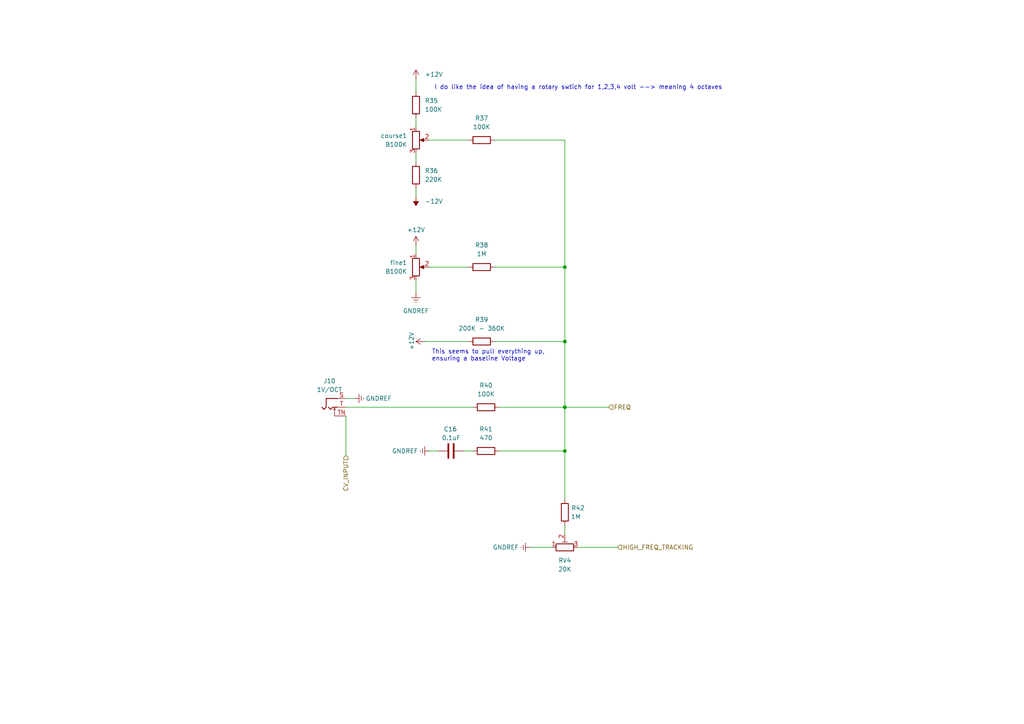
<source format=kicad_sch>
(kicad_sch (version 20231120) (generator "eeschema") (generator_version "8.0")
  (paper "A4")
  (lib_symbols
    (symbol "Device:C" (pin_numbers hide) (pin_names (offset 0.254))
      (property "Reference" "C" (at 0.635 2.54 0))
      (property "Value" "C" (at 0.635 -2.54 0))
      (symbol "C_0_1"
        (polyline (pts (xy -2.032 -0.762) (xy 2.032 -0.762)) (stroke (width 0.508)))
        (polyline (pts (xy -2.032 0.762) (xy 2.032 0.762)) (stroke (width 0.508)))
      )
      (symbol "C_1_1"
        (pin passive line (at 0 3.81 270) (length 2.794) (name "~") (number "1"))
        (pin passive line (at 0 -3.81 90) (length 2.794) (name "~") (number "2"))
      )
    )
    (symbol "power:+12V" (power) (pin_numbers hide) (pin_names (offset 0) hide)
      (property "Value" "+12V" (at 0 3.556 0))
      (symbol "+12V_0_1"
        (polyline (pts (xy -0.762 1.27) (xy 0 2.54)))
        (polyline (pts (xy 0 0) (xy 0 2.54)))
        (polyline (pts (xy 0 2.54) (xy 0.762 1.27)))
      )
      (symbol "+12V_1_1"
        (pin power_in line (at 0 0 90) (length 0) (name "~") (number "1"))
      )
    )
    (symbol "power:-12V" (power) (pin_numbers hide) (pin_names (offset 0) hide)
      (property "Value" "-12V" (at 0 3.556 0))
      (symbol "-12V_0_0"
        (pin power_in line (at 0 0 90) (length 0) (name "~") (number "1"))
      )
      (symbol "-12V_0_1"
        (polyline (pts (xy 0 0) (xy 0 1.27) (xy 0.762 1.27) (xy 0 2.54) (xy -0.762 1.27) (xy 0 1.27)) (fill (type outline)))
      )
    )
    (symbol "power:GNDREF" (power) (pin_numbers hide) (pin_names (offset 0) hide)
      (property "Value" "GNDREF" (at 0 -3.81 0))
      (symbol "GNDREF_0_1"
        (polyline (pts (xy -0.635 -1.905) (xy 0.635 -1.905)))
        (polyline (pts (xy -0.127 -2.54) (xy 0.127 -2.54)))
        (polyline (pts (xy 0 -1.27) (xy 0 0)))
        (polyline (pts (xy 1.27 -1.27) (xy -1.27 -1.27)))
      )
      (symbol "GNDREF_1_1"
        (pin power_in line (at 0 0 270) (length 0) (name "~") (number "1"))
      )
    )
    (symbol "synth:AudioJack_Mono_3.5mm"
      (property "Reference" "J" (at 0 8.89 0))
      (property "Value" "AudioJack_Mono_3.5mm" (at 0 6.35 0))
      (symbol "AudioJack_Mono_3.5mm_0_1"
        (polyline (pts (xy 1.778 -0.254) (xy 2.032 -0.762)))
        (polyline (pts (xy 0 0) (xy 0.635 -0.635) (xy 1.27 0) (xy 2.54 0)) (stroke (width 0.254)))
        (polyline (pts (xy 2.54 -2.54) (xy 1.778 -2.54) (xy 1.778 -0.254) (xy 1.524 -0.762)))
        (polyline (pts (xy 2.54 2.54) (xy -0.635 2.54) (xy -0.635 0) (xy -1.27 -0.635) (xy -1.905 0)) (stroke (width 0.254)))
      )
      (symbol "AudioJack_Mono_3.5mm_1_1"
        (pin passive line (at 5.08 2.54 180) (length 2.54) (name "~") (number "S"))
        (pin passive line (at 5.08 0 180) (length 2.54) (name "~") (number "T"))
        (pin passive line (at 5.08 -2.54 180) (length 2.54) (name "~") (number "TN"))
      )
    )
    (symbol "synth:R_Default" (pin_numbers hide) (pin_names (offset 0))
      (property "Reference" "R" (at -2.032 0 90))
      (property "Value" "R1" (at 2.032 0 90))
      (symbol "R_Default_0_1"
        (rectangle (start 1.016 -2.54) (end -1.016 2.54) (stroke (width 0.254)))
      )
      (symbol "R_Default_1_1"
        (pin passive line (at 0 -3.81 90) (length 1.27) (name "~") (number "1"))
        (pin passive line (at 0 3.81 270) (length 1.27) (name "~") (number "2"))
      )
    )
    (symbol "synth:R_Potentiometer (P0915N)" (pin_names (offset 1.016) hide)
      (property "Reference" "RV" (at -4.445 0 90))
      (property "Value" "R_Potentiometer" (at -2.54 0 90))
      (symbol "R_Potentiometer (P0915N)_0_1"
        (rectangle (start -1.016 2.54) (end 1.016 -2.54) (stroke (width 0.254)))
        (polyline (pts (xy 2.54 0) (xy 1.524 0)))
        (polyline (pts (xy 1.143 0) (xy 2.286 0.508) (xy 2.286 -0.508) (xy 1.143 0)) (fill (type outline)))
      )
      (symbol "R_Potentiometer (P0915N)_1_1"
        (pin passive line (at 0 3.81 270) (length 1.27) (name "1") (number "1"))
        (pin passive line (at 3.81 0 180) (length 1.27) (name "2") (number "2"))
        (pin passive line (at 0 -3.81 90) (length 1.27) (name "3") (number "3"))
      )
    )
    (symbol "synth:R_Potentiometer_Trim (Bourns)" (pin_names (offset 1.016) hide)
      (property "Reference" "RV" (at -4.445 0 90))
      (property "Value" "R_Potentiometer_Trim (Bourns)" (at -2.54 0 90))
      (symbol "R_Potentiometer_Trim (Bourns)_0_1"
        (polyline (pts (xy 1.524 0.762) (xy 1.524 -0.762)))
        (polyline (pts (xy 2.54 0) (xy 1.524 0)))
        (rectangle (start 1.016 2.54) (end -1.016 -2.54) (stroke (width 0.254)))
      )
      (symbol "R_Potentiometer_Trim (Bourns)_1_1"
        (pin passive line (at 0 3.81 270) (length 1.27) (name "1") (number "1"))
        (pin passive line (at 3.81 0 180) (length 1.27) (name "2") (number "2"))
        (pin passive line (at 0 -3.81 90) (length 1.27) (name "3") (number "3"))
      )
    )
  )
  (junction (at 163.83 77.47))
  (junction (at 163.83 118.11))
  (junction (at 163.83 99.06))
  (junction (at 163.83 130.81))
  (wire (pts (xy 144.78 118.11) (xy 163.83 118.11)))
  (wire (pts (xy 144.78 130.81) (xy 163.83 130.81)))
  (wire (pts (xy 153.67 158.75) (xy 160.02 158.75)))
  (wire (pts (xy 120.65 34.29) (xy 120.65 36.83)))
  (wire (pts (xy 163.83 118.11) (xy 176.53 118.11)))
  (wire (pts (xy 120.65 57.15) (xy 120.65 54.61)))
  (wire (pts (xy 134.62 130.81) (xy 137.16 130.81)))
  (wire (pts (xy 100.33 115.57) (xy 102.87 115.57)))
  (wire (pts (xy 120.65 22.86) (xy 120.65 26.67)))
  (wire (pts (xy 163.83 77.47) (xy 163.83 40.64)))
  (wire (pts (xy 143.51 99.06) (xy 163.83 99.06)))
  (wire (pts (xy 143.51 40.64) (xy 163.83 40.64)))
  (wire (pts (xy 163.83 130.81) (xy 163.83 144.78)))
  (wire (pts (xy 120.65 71.12) (xy 120.65 73.66)))
  (wire (pts (xy 120.65 44.45) (xy 120.65 46.99)))
  (wire (pts (xy 163.83 118.11) (xy 163.83 130.81)))
  (wire (pts (xy 100.33 132.08) (xy 100.33 120.65)))
  (wire (pts (xy 167.64 158.75) (xy 179.07 158.75)))
  (wire (pts (xy 100.33 118.11) (xy 137.16 118.11)))
  (wire (pts (xy 163.83 77.47) (xy 163.83 99.06)))
  (wire (pts (xy 124.46 130.81) (xy 127 130.81)))
  (wire (pts (xy 163.83 99.06) (xy 163.83 118.11)))
  (wire (pts (xy 120.65 81.28) (xy 120.65 85.09)))
  (wire (pts (xy 124.46 77.47) (xy 135.89 77.47)))
  (wire (pts (xy 124.46 40.64) (xy 135.89 40.64)))
  (wire (pts (xy 123.19 99.06) (xy 135.89 99.06)))
  (wire (pts (xy 143.51 77.47) (xy 163.83 77.47)))
  (wire (pts (xy 163.83 152.4) (xy 163.83 154.94)))
  (text "I do like the idea of having a rotary swtich for 1,2,3,4 volt --> meaning 4 octaves\n" (at 125.984 26.162 0) (effects (font (size 1.27 1.27)) (justify left bottom)))
  (text "This seems to pull everything up, \nensuring a baseline Voltage" (at 125.222 104.902 0) (effects (font (size 1.27 1.27)) (justify left bottom)))
  (hierarchical_label "HIGH_FREQ_TRACKING" (shape input) (at 179.07 158.75 0))
  (hierarchical_label "CV_INPUT" (shape input) (at 100.33 132.08 270))
  (hierarchical_label "FREQ" (shape input) (at 176.53 118.11 0))
  (symbol (lib_id "power:GNDREF") (at 102.87 115.57 90) (unit 1)
    (property "Reference" "#PWR051" (effects (hide yes)))
    (property "Value" "GNDREF" (at 106.045 115.57 90) (effects (justify right)))
    (property "Description" "Power symbol creates a global label with name \"GNDREF\" , reference supply ground" (effects (hide yes)))
  )
  (symbol (lib_id "power:GNDREF") (at 153.67 158.75 270) (unit 1)
    (property "Reference" "#PWR058" (effects (hide yes)))
    (property "Value" "GNDREF" (at 150.495 158.75 90) (effects (justify right)))
    (property "Description" "Power symbol creates a global label with name \"GNDREF\" , reference supply ground" (effects (hide yes)))
  )
  (symbol (lib_id "synth:R_Potentiometer (P0915N)") (at 120.65 40.64 0) (unit 1)
    (property "Reference" "course1" (at 118.11 39.3699 0) (effects (justify right)))
    (property "Value" "B100K" (at 118.11 41.9099 0) (effects (justify right)))
    (property "Footprint" "Synth:Potentiometer_TT_P0915N" (effects (hide yes)))
    (property "Description" "Potentiometer" (effects (hide yes)))
  )
  (symbol (lib_id "synth:R_Default") (at 139.7 77.47 90) (unit 1)
    (property "Reference" "R38" (at 139.7 71.12 90))
    (property "Value" "1M" (at 139.7 73.66 90))
    (property "Footprint" "Synth:R_Default (DIN0207)" (effects (hide yes)))
    (property "Description" "Resistor" (effects (hide yes)))
  )
  (symbol (lib_id "synth:R_Default") (at 139.7 40.64 90) (unit 1)
    (property "Reference" "R37" (at 139.7 34.29 90))
    (property "Value" "100K" (at 139.7 36.83 90))
    (property "Footprint" "Synth:R_Default (DIN0207)" (effects (hide yes)))
    (property "Description" "Resistor" (effects (hide yes)))
  )
  (symbol (lib_id "synth:R_Potentiometer (P0915N)") (at 120.65 77.47 0) (unit 1)
    (property "Reference" "fine1" (at 118.11 76.1999 0) (effects (justify right)))
    (property "Value" "B100K" (at 118.11 78.7399 0) (effects (justify right)))
    (property "Footprint" "Synth:Potentiometer_TT_P0915N" (effects (hide yes)))
    (property "Description" "Potentiometer" (effects (hide yes)))
  )
  (symbol (lib_id "power:-12V") (at 120.65 57.15 180) (unit 1)
    (property "Reference" "#PWR053" (effects (hide yes)))
    (property "Value" "-12V" (at 123.19 58.42 0) (effects (justify right)))
    (property "Description" "Power symbol creates a global label with name \"-12V\"" (effects (hide yes)))
  )
  (symbol (lib_id "power:GNDREF") (at 120.65 85.09 0) (unit 1)
    (property "Reference" "#PWR055" (effects (hide yes)))
    (property "Value" "GNDREF" (at 120.65 90.17 0))
    (property "Description" "Power symbol creates a global label with name \"GNDREF\" , reference supply ground" (effects (hide yes)))
  )
  (symbol (lib_id "power:+12V") (at 120.65 22.86 0) (unit 1)
    (property "Reference" "#PWR052" (effects (hide yes)))
    (property "Value" "+12V" (at 123.19 21.59 0) (effects (justify left)))
    (property "Description" "Power symbol creates a global label with name \"+12V\"" (effects (hide yes)))
  )
  (symbol (lib_id "synth:R_Default") (at 139.7 99.06 90) (unit 1)
    (property "Reference" "R39" (at 139.7 92.71 90))
    (property "Value" "200K - 360K" (at 139.7 95.25 90))
    (property "Footprint" "Synth:R_Default (DIN0207)" (effects (hide yes)))
    (property "Description" "Resistor" (effects (hide yes)))
  )
  (symbol (lib_id "synth:R_Potentiometer_Trim (Bourns)") (at 163.83 158.75 90) (unit 1)
    (property "Reference" "RV4" (at 163.83 162.56 90))
    (property "Value" "20K" (at 163.83 165.1 90))
    (property "Footprint" "Potentiometer_THT:Potentiometer_Bourns_3296W_Vertical" (effects (hide yes)))
    (property "Description" "Trim-potentiometer" (effects (hide yes)))
  )
  (symbol (lib_id "synth:R_Default") (at 120.65 50.8 180) (unit 1)
    (property "Reference" "R36" (at 123.19 49.5299 0) (effects (justify right)))
    (property "Value" "220K" (at 123.19 52.0699 0) (effects (justify right)))
    (property "Footprint" "Synth:R_Default (DIN0207)" (effects (hide yes)))
    (property "Description" "Resistor" (effects (hide yes)))
  )
  (symbol (lib_id "synth:R_Default") (at 140.97 130.81 90) (unit 1)
    (property "Reference" "R41" (at 140.97 124.46 90))
    (property "Value" "470" (at 140.97 127 90))
    (property "Footprint" "Synth:R_Default (DIN0207)" (effects (hide yes)))
    (property "Description" "Resistor" (effects (hide yes)))
  )
  (symbol (lib_id "synth:R_Default") (at 163.83 148.59 180) (unit 1)
    (property "Reference" "R42" (at 167.64 147.32 0))
    (property "Value" "1M" (at 167.005 149.86 0))
    (property "Footprint" "Synth:R_Default (DIN0207)" (effects (hide yes)))
    (property "Description" "Resistor" (effects (hide yes)))
  )
  (symbol (lib_id "power:+12V") (at 123.19 99.06 90) (unit 1)
    (property "Reference" "#PWR056" (effects (hide yes)))
    (property "Value" "+12V" (at 119.38 101.6 0) (effects (justify left)))
    (property "Description" "Power symbol creates a global label with name \"+12V\"" (effects (hide yes)))
  )
  (symbol (lib_id "synth:AudioJack_Mono_3.5mm") (at 95.25 118.11 0) (unit 1)
    (property "Reference" "J10" (at 95.5675 110.49 0))
    (property "Value" "1V/OCT" (at 95.5675 113.03 0))
    (property "Footprint" "Synth:Jack_3.5mm_QingPu_WQP-PJ398SM_Vertical_CircularHoles" (effects (hide yes)))
    (property "Description" "Audio Jack, 2 Poles (Mono / TS), Switched T Pole (Normalling)" (effects (hide yes)))
  )
  (symbol (lib_id "Device:C") (at 130.81 130.81 270) (unit 1)
    (property "Reference" "C16" (at 132.588 124.46 90) (effects (justify right)))
    (property "Value" "0.1uF" (at 133.604 127 90) (effects (justify right)))
    (property "Footprint" "Synth:C_RECT_WIMA_0.1uF" (effects (hide yes)))
    (property "Description" "Unpolarized capacitor" (effects (hide yes)))
  )
  (symbol (lib_id "power:GNDREF") (at 124.46 130.81 270) (unit 1)
    (property "Reference" "#PWR057" (effects (hide yes)))
    (property "Value" "GNDREF" (at 121.285 130.81 90) (effects (justify right)))
    (property "Description" "Power symbol creates a global label with name \"GNDREF\" , reference supply ground" (effects (hide yes)))
  )
  (symbol (lib_id "synth:R_Default") (at 120.65 30.48 180) (unit 1)
    (property "Reference" "R35" (at 123.19 29.2099 0) (effects (justify right)))
    (property "Value" "100K" (at 123.19 31.7499 0) (effects (justify right)))
    (property "Footprint" "Synth:R_Default (DIN0207)" (effects (hide yes)))
    (property "Description" "Resistor" (effects (hide yes)))
  )
  (symbol (lib_id "power:+12V") (at 120.65 71.12 0) (unit 1)
    (property "Reference" "#PWR054" (effects (hide yes)))
    (property "Value" "+12V" (at 120.65 66.675 0))
    (property "Description" "Power symbol creates a global label with name \"+12V\"" (effects (hide yes)))
  )
  (symbol (lib_id "synth:R_Default") (at 140.97 118.11 90) (unit 1)
    (property "Reference" "R40" (at 140.97 111.76 90))
    (property "Value" "100K" (at 140.97 114.3 90))
    (property "Footprint" "Synth:R_Default (DIN0207)" (effects (hide yes)))
    (property "Description" "Resistor" (effects (hide yes)))
  )
)
</source>
